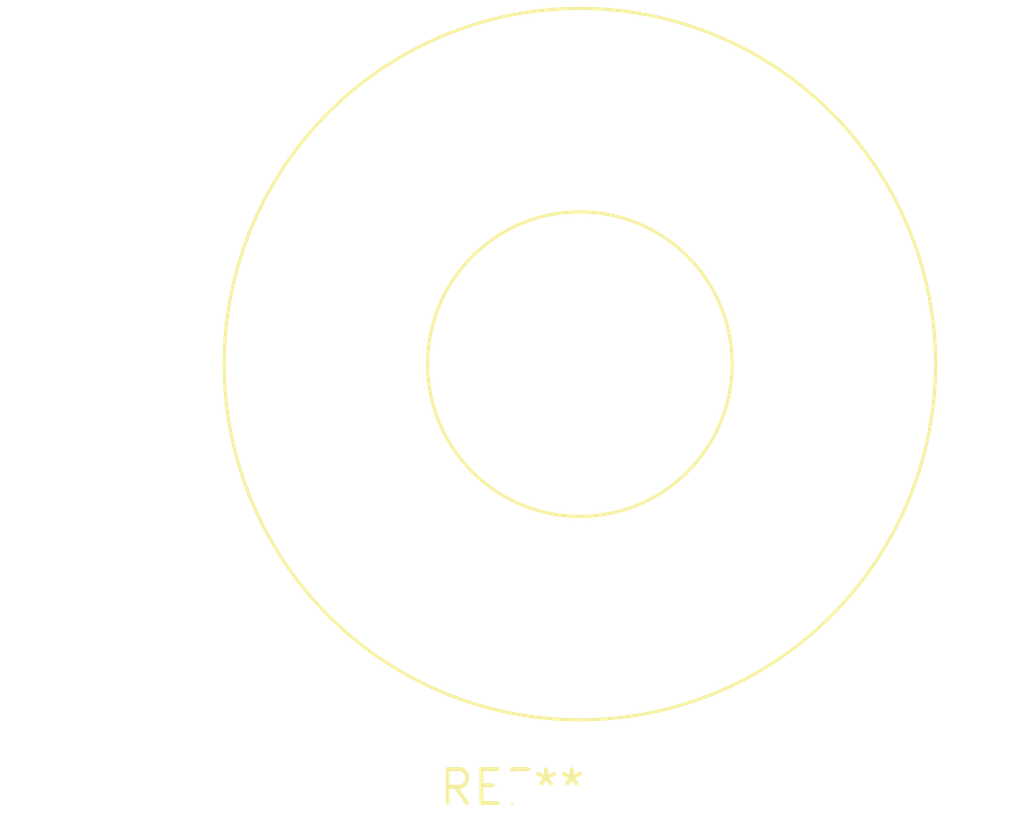
<source format=kicad_pcb>
(kicad_pcb (version 20240108) (generator pcbnew)
  (layers (0 "F.Cu" signal) (31 "B.Cu" signal) (34 "B.Paste" user) (35 "F.Paste" user) (36 "B.SilkS" user "B.Silkscreen") (37 "F.SilkS" user "F.Silkscreen") (38 "B.Mask" user) (39 "F.Mask" user) (44 "Edge.Cuts" user))
  (net 0 "")
  (footprint "L_Toroid_Horizontal_D26.0mm_P5.08mm" (layer "F.Cu") (at 0 0)
    (property "Reference" "REF**")
    (property "Value" "L_Toroid_Horizontal_D26.0mm_P5.08mm")
    (fp_circle (center 2.54 -15.88) (end -10.8 -15.88) (layer "F.SilkS") (stroke (width 0.12)) (fill none))
    (fp_circle (center 2.54 -15.88) (end 8.25 -15.88) (layer "F.SilkS") (stroke (width 0.12)) (fill none))
    (pad "" thru_hole circle (at 2.54 -15.88) (size 4.06 4.06) (drill 3.17) (layers *.Cu *.Mask) (remove_unused_layers))
    (pad "1" thru_hole circle (at 0 0) (size 1.78 1.78) (drill 1.19) (layers *.Cu *.Mask) (remove_unused_layers))
    (pad "2" thru_hole circle (at 5.08 0) (size 1.78 1.78) (drill 1.19) (layers *.Cu *.Mask) (remove_unused_layers))
  )
)
</source>
